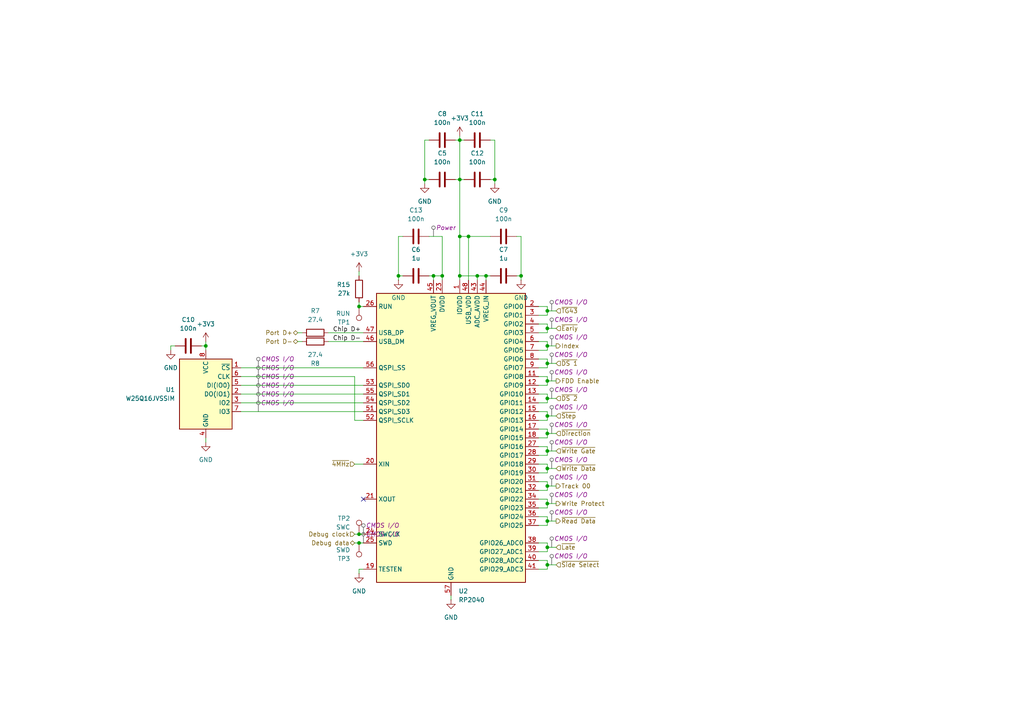
<source format=kicad_sch>
(kicad_sch (version 20231120) (generator "eeschema") (generator_version "8.0")
  (paper "A4")
  (lib_symbols
    (symbol "Connector:TestPoint" (pin_numbers hide) (pin_names (offset 0.762) hide)
      (property "Reference" "TP" (at 0 6.858 0))
      (property "Value" "TestPoint" (at 0 5.08 0))
      (symbol "TestPoint_0_1"
        (circle (center 0 3.302) (radius 0.762))
      )
      (symbol "TestPoint_1_1"
        (pin passive line (at 0 0 90) (length 2.54) (name "1") (number "1"))
      )
    )
    (symbol "Device:C" (pin_numbers hide) (pin_names (offset 0.254))
      (property "Reference" "C" (at 0.635 2.54 0))
      (property "Value" "C" (at 0.635 -2.54 0))
      (symbol "C_0_1"
        (polyline (pts (xy -2.032 -0.762) (xy 2.032 -0.762)) (stroke (width 0.508)))
        (polyline (pts (xy -2.032 0.762) (xy 2.032 0.762)) (stroke (width 0.508)))
      )
      (symbol "C_1_1"
        (pin passive line (at 0 3.81 270) (length 2.794) (name "~") (number "1"))
        (pin passive line (at 0 -3.81 90) (length 2.794) (name "~") (number "2"))
      )
    )
    (symbol "Device:R" (pin_numbers hide) (pin_names (offset 0))
      (property "Reference" "R" (at 2.032 0 90))
      (property "Value" "R" (at 0 0 90))
      (symbol "R_0_1"
        (rectangle (start -1.016 -2.54) (end 1.016 2.54) (stroke (width 0.254)))
      )
      (symbol "R_1_1"
        (pin passive line (at 0 3.81 270) (length 1.27) (name "~") (number "1"))
        (pin passive line (at 0 -3.81 90) (length 1.27) (name "~") (number "2"))
      )
    )
    (symbol "MCU_RaspberryPi:RP2040"
      (property "Reference" "U" (at 17.78 45.72 0))
      (property "Value" "RP2040" (at 17.78 43.18 0))
      (symbol "RP2040_0_1"
        (rectangle (start -21.59 41.91) (end 21.59 -41.91) (stroke (width 0.254)) (fill (type background)))
      )
      (symbol "RP2040_1_1"
        (pin power_in line (at 2.54 45.72 270) (length 3.81) (name "IOVDD") (number "1"))
        (pin passive line (at 2.54 45.72 270) (length 3.81) hide (name "IOVDD") (number "10"))
        (pin bidirectional line (at 25.4 17.78 180) (length 3.81) (name "GPIO8") (number "11"))
        (pin bidirectional line (at 25.4 15.24 180) (length 3.81) (name "GPIO9") (number "12"))
        (pin bidirectional line (at 25.4 12.7 180) (length 3.81) (name "GPIO10") (number "13"))
        (pin bidirectional line (at 25.4 10.16 180) (length 3.81) (name "GPIO11") (number "14"))
        (pin bidirectional line (at 25.4 7.62 180) (length 3.81) (name "GPIO12") (number "15"))
        (pin bidirectional line (at 25.4 5.08 180) (length 3.81) (name "GPIO13") (number "16"))
        (pin bidirectional line (at 25.4 2.54 180) (length 3.81) (name "GPIO14") (number "17"))
        (pin bidirectional line (at 25.4 0 180) (length 3.81) (name "GPIO15") (number "18"))
        (pin input line (at -25.4 -38.1 0) (length 3.81) (name "TESTEN") (number "19"))
        (pin bidirectional line (at 25.4 38.1 180) (length 3.81) (name "GPIO0") (number "2"))
        (pin input line (at -25.4 -7.62 0) (length 3.81) (name "XIN") (number "20"))
        (pin passive line (at -25.4 -17.78 0) (length 3.81) (name "XOUT") (number "21"))
        (pin passive line (at 2.54 45.72 270) (length 3.81) hide (name "IOVDD") (number "22"))
        (pin power_in line (at -2.54 45.72 270) (length 3.81) (name "DVDD") (number "23"))
        (pin input line (at -25.4 -27.94 0) (length 3.81) (name "SWCLK") (number "24"))
        (pin bidirectional line (at -25.4 -30.48 0) (length 3.81) (name "SWD") (number "25"))
        (pin input line (at -25.4 38.1 0) (length 3.81) (name "RUN") (number "26"))
        (pin bidirectional line (at 25.4 -2.54 180) (length 3.81) (name "GPIO16") (number "27"))
        (pin bidirectional line (at 25.4 -5.08 180) (length 3.81) (name "GPIO17") (number "28"))
        (pin bidirectional line (at 25.4 -7.62 180) (length 3.81) (name "GPIO18") (number "29"))
        (pin bidirectional line (at 25.4 35.56 180) (length 3.81) (name "GPIO1") (number "3"))
        (pin bidirectional line (at 25.4 -10.16 180) (length 3.81) (name "GPIO19") (number "30"))
        (pin bidirectional line (at 25.4 -12.7 180) (length 3.81) (name "GPIO20") (number "31"))
        (pin bidirectional line (at 25.4 -15.24 180) (length 3.81) (name "GPIO21") (number "32"))
        (pin passive line (at 2.54 45.72 270) (length 3.81) hide (name "IOVDD") (number "33"))
        (pin bidirectional line (at 25.4 -17.78 180) (length 3.81) (name "GPIO22") (number "34"))
        (pin bidirectional line (at 25.4 -20.32 180) (length 3.81) (name "GPIO23") (number "35"))
        (pin bidirectional line (at 25.4 -22.86 180) (length 3.81) (name "GPIO24") (number "36"))
        (pin bidirectional line (at 25.4 -25.4 180) (length 3.81) (name "GPIO25") (number "37"))
        (pin bidirectional line (at 25.4 -30.48 180) (length 3.81) (name "GPIO26_ADC0") (number "38"))
        (pin bidirectional line (at 25.4 -33.02 180) (length 3.81) (name "GPIO27_ADC1") (number "39"))
        (pin bidirectional line (at 25.4 33.02 180) (length 3.81) (name "GPIO2") (number "4"))
        (pin bidirectional line (at 25.4 -35.56 180) (length 3.81) (name "GPIO28_ADC2") (number "40"))
        (pin bidirectional line (at 25.4 -38.1 180) (length 3.81) (name "GPIO29_ADC3") (number "41"))
        (pin passive line (at 2.54 45.72 270) (length 3.81) hide (name "IOVDD") (number "42"))
        (pin power_in line (at 7.62 45.72 270) (length 3.81) (name "ADC_AVDD") (number "43"))
        (pin power_in line (at 10.16 45.72 270) (length 3.81) (name "VREG_IN") (number "44"))
        (pin power_out line (at -5.08 45.72 270) (length 3.81) (name "VREG_VOUT") (number "45"))
        (pin bidirectional line (at -25.4 27.94 0) (length 3.81) (name "USB_DM") (number "46"))
        (pin bidirectional line (at -25.4 30.48 0) (length 3.81) (name "USB_DP") (number "47"))
        (pin power_in line (at 5.08 45.72 270) (length 3.81) (name "USB_VDD") (number "48"))
        (pin passive line (at 2.54 45.72 270) (length 3.81) hide (name "IOVDD") (number "49"))
        (pin bidirectional line (at 25.4 30.48 180) (length 3.81) (name "GPIO3") (number "5"))
        (pin passive line (at -2.54 45.72 270) (length 3.81) hide (name "DVDD") (number "50"))
        (pin bidirectional line (at -25.4 7.62 0) (length 3.81) (name "QSPI_SD3") (number "51"))
        (pin output line (at -25.4 5.08 0) (length 3.81) (name "QSPI_SCLK") (number "52"))
        (pin bidirectional line (at -25.4 15.24 0) (length 3.81) (name "QSPI_SD0") (number "53"))
        (pin bidirectional line (at -25.4 10.16 0) (length 3.81) (name "QSPI_SD2") (number "54"))
        (pin bidirectional line (at -25.4 12.7 0) (length 3.81) (name "QSPI_SD1") (number "55"))
        (pin bidirectional line (at -25.4 20.32 0) (length 3.81) (name "QSPI_SS") (number "56"))
        (pin power_in line (at 0 -45.72 90) (length 3.81) (name "GND") (number "57"))
        (pin bidirectional line (at 25.4 27.94 180) (length 3.81) (name "GPIO4") (number "6"))
        (pin bidirectional line (at 25.4 25.4 180) (length 3.81) (name "GPIO5") (number "7"))
        (pin bidirectional line (at 25.4 22.86 180) (length 3.81) (name "GPIO6") (number "8"))
        (pin bidirectional line (at 25.4 20.32 180) (length 3.81) (name "GPIO7") (number "9"))
      )
    )
    (symbol "Memory_Flash:W25Q32JVSS"
      (property "Reference" "U" (at -6.35 11.43 0))
      (property "Value" "W25Q32JVSS" (at 7.62 11.43 0))
      (symbol "W25Q32JVSS_0_1"
        (rectangle (start -7.62 10.16) (end 7.62 -10.16) (stroke (width 0.254)) (fill (type background)))
      )
      (symbol "W25Q32JVSS_1_1"
        (pin input line (at -10.16 7.62 0) (length 2.54) (name "~{CS}") (number "1"))
        (pin bidirectional line (at -10.16 0 0) (length 2.54) (name "DO(IO1)") (number "2"))
        (pin bidirectional line (at -10.16 -2.54 0) (length 2.54) (name "IO2") (number "3"))
        (pin power_in line (at 0 -12.7 90) (length 2.54) (name "GND") (number "4"))
        (pin bidirectional line (at -10.16 2.54 0) (length 2.54) (name "DI(IO0)") (number "5"))
        (pin input line (at -10.16 5.08 0) (length 2.54) (name "CLK") (number "6"))
        (pin bidirectional line (at -10.16 -5.08 0) (length 2.54) (name "IO3") (number "7"))
        (pin power_in line (at 0 12.7 270) (length 2.54) (name "VCC") (number "8"))
      )
    )
    (symbol "power:+3V3" (power) (pin_numbers hide) (pin_names (offset 0) hide)
      (property "Value" "+3V3" (at 0 3.556 0))
      (symbol "+3V3_0_1"
        (polyline (pts (xy -0.762 1.27) (xy 0 2.54)))
        (polyline (pts (xy 0 0) (xy 0 2.54)))
        (polyline (pts (xy 0 2.54) (xy 0.762 1.27)))
      )
      (symbol "+3V3_1_1"
        (pin power_in line (at 0 0 90) (length 0) (name "~") (number "1"))
      )
    )
    (symbol "power:GND" (power) (pin_numbers hide) (pin_names (offset 0) hide)
      (property "Value" "GND" (at 0 -3.81 0))
      (symbol "GND_0_1"
        (polyline (pts (xy 0 0) (xy 0 -1.27) (xy 1.27 -1.27) (xy 0 -2.54) (xy -1.27 -1.27) (xy 0 -1.27)))
      )
      (symbol "GND_1_1"
        (pin power_in line (at 0 0 270) (length 0) (name "~") (number "1"))
      )
    )
  )
  (junction (at 143.51 52.07))
  (junction (at 133.35 68.58))
  (junction (at 158.75 110.49))
  (junction (at 135.89 68.58))
  (junction (at 115.57 80.01))
  (junction (at 158.75 105.41))
  (junction (at 104.14 154.94))
  (junction (at 158.75 158.75))
  (junction (at 128.27 80.01))
  (junction (at 158.75 151.13))
  (junction (at 123.19 52.07))
  (junction (at 138.43 80.01))
  (junction (at 158.75 100.33))
  (junction (at 158.75 115.57))
  (junction (at 158.75 95.25))
  (junction (at 158.75 120.65))
  (junction (at 59.69 100.33))
  (junction (at 104.14 157.48))
  (junction (at 125.73 80.01))
  (junction (at 133.35 80.01))
  (junction (at 133.35 52.07))
  (junction (at 140.97 80.01))
  (junction (at 151.13 80.01))
  (junction (at 133.35 40.64))
  (junction (at 158.75 163.83))
  (junction (at 158.75 90.17))
  (junction (at 158.75 135.89))
  (junction (at 158.75 140.97))
  (junction (at 158.75 146.05))
  (junction (at 158.75 125.73))
  (junction (at 158.75 130.81))
  (junction (at 104.14 88.9))
  (no_connect (at 105.41 144.78))
  (wire (pts (xy 115.57 68.58) (xy 115.57 80.01)))
  (wire (pts (xy 156.21 114.3) (xy 158.75 114.3)))
  (wire (pts (xy 104.14 166.37) (xy 104.14 165.1)))
  (wire (pts (xy 156.21 93.98) (xy 158.75 93.98)))
  (wire (pts (xy 156.21 119.38) (xy 158.75 119.38)))
  (wire (pts (xy 128.27 68.58) (xy 128.27 80.01)))
  (wire (pts (xy 149.86 80.01) (xy 151.13 80.01)))
  (wire (pts (xy 158.75 124.46) (xy 158.75 125.73)))
  (wire (pts (xy 158.75 91.44) (xy 158.75 90.17)))
  (wire (pts (xy 158.75 116.84) (xy 158.75 115.57)))
  (wire (pts (xy 158.75 93.98) (xy 158.75 95.25)))
  (wire (pts (xy 158.75 139.7) (xy 158.75 140.97)))
  (wire (pts (xy 133.35 40.64) (xy 134.62 40.64)))
  (wire (pts (xy 161.29 90.17) (xy 158.75 90.17)))
  (wire (pts (xy 158.75 165.1) (xy 158.75 163.83)))
  (wire (pts (xy 156.21 96.52) (xy 158.75 96.52)))
  (wire (pts (xy 158.75 129.54) (xy 158.75 130.81)))
  (wire (pts (xy 133.35 39.37) (xy 133.35 40.64)))
  (wire (pts (xy 95.25 96.52) (xy 105.41 96.52)))
  (wire (pts (xy 158.75 135.89) (xy 161.29 135.89)))
  (wire (pts (xy 125.73 80.01) (xy 125.73 81.28)))
  (wire (pts (xy 102.87 157.48) (xy 104.14 157.48)))
  (wire (pts (xy 86.36 96.52) (xy 87.63 96.52)))
  (wire (pts (xy 158.75 106.68) (xy 158.75 105.41)))
  (wire (pts (xy 156.21 129.54) (xy 158.75 129.54)))
  (wire (pts (xy 104.14 154.94) (xy 105.41 154.94)))
  (wire (pts (xy 124.46 40.64) (xy 123.19 40.64)))
  (wire (pts (xy 133.35 52.07) (xy 134.62 52.07)))
  (wire (pts (xy 124.46 80.01) (xy 125.73 80.01)))
  (wire (pts (xy 158.75 130.81) (xy 161.29 130.81)))
  (wire (pts (xy 158.75 151.13) (xy 161.29 151.13)))
  (wire (pts (xy 86.36 99.06) (xy 87.63 99.06)))
  (wire (pts (xy 158.75 149.86) (xy 158.75 151.13)))
  (wire (pts (xy 128.27 80.01) (xy 128.27 81.28)))
  (wire (pts (xy 69.85 119.38) (xy 105.41 119.38)))
  (wire (pts (xy 135.89 68.58) (xy 133.35 68.58)))
  (wire (pts (xy 69.85 116.84) (xy 105.41 116.84)))
  (wire (pts (xy 59.69 127) (xy 59.69 128.27)))
  (wire (pts (xy 158.75 157.48) (xy 158.75 158.75)))
  (wire (pts (xy 133.35 52.07) (xy 133.35 68.58)))
  (wire (pts (xy 58.42 100.33) (xy 59.69 100.33)))
  (wire (pts (xy 156.21 147.32) (xy 158.75 147.32)))
  (wire (pts (xy 156.21 149.86) (xy 158.75 149.86)))
  (wire (pts (xy 59.69 99.06) (xy 59.69 100.33)))
  (wire (pts (xy 105.41 121.92) (xy 102.87 121.92)))
  (wire (pts (xy 156.21 91.44) (xy 158.75 91.44)))
  (wire (pts (xy 156.21 116.84) (xy 158.75 116.84)))
  (wire (pts (xy 158.75 144.78) (xy 158.75 146.05)))
  (wire (pts (xy 158.75 90.17) (xy 158.75 88.9)))
  (wire (pts (xy 156.21 101.6) (xy 158.75 101.6)))
  (wire (pts (xy 158.75 88.9) (xy 156.21 88.9)))
  (wire (pts (xy 158.75 132.08) (xy 158.75 130.81)))
  (wire (pts (xy 158.75 101.6) (xy 158.75 100.33)))
  (wire (pts (xy 158.75 95.25) (xy 161.29 95.25)))
  (wire (pts (xy 123.19 53.34) (xy 123.19 52.07)))
  (wire (pts (xy 158.75 115.57) (xy 161.29 115.57)))
  (wire (pts (xy 102.87 121.92) (xy 102.87 109.22)))
  (wire (pts (xy 104.14 78.74) (xy 104.14 80.01)))
  (wire (pts (xy 156.21 106.68) (xy 158.75 106.68)))
  (wire (pts (xy 132.08 40.64) (xy 133.35 40.64)))
  (wire (pts (xy 158.75 163.83) (xy 161.29 163.83)))
  (wire (pts (xy 158.75 125.73) (xy 161.29 125.73)))
  (wire (pts (xy 156.21 162.56) (xy 158.75 162.56)))
  (wire (pts (xy 156.21 134.62) (xy 158.75 134.62)))
  (wire (pts (xy 158.75 152.4) (xy 158.75 151.13)))
  (wire (pts (xy 49.53 100.33) (xy 49.53 101.6)))
  (wire (pts (xy 158.75 142.24) (xy 158.75 140.97)))
  (wire (pts (xy 50.8 100.33) (xy 49.53 100.33)))
  (wire (pts (xy 142.24 80.01) (xy 140.97 80.01)))
  (wire (pts (xy 151.13 68.58) (xy 151.13 80.01)))
  (wire (pts (xy 158.75 120.65) (xy 161.29 120.65)))
  (wire (pts (xy 156.21 104.14) (xy 158.75 104.14)))
  (wire (pts (xy 156.21 99.06) (xy 158.75 99.06)))
  (wire (pts (xy 116.84 68.58) (xy 115.57 68.58)))
  (wire (pts (xy 102.87 154.94) (xy 104.14 154.94)))
  (wire (pts (xy 104.14 157.48) (xy 105.41 157.48)))
  (wire (pts (xy 156.21 152.4) (xy 158.75 152.4)))
  (wire (pts (xy 156.21 142.24) (xy 158.75 142.24)))
  (wire (pts (xy 130.81 172.72) (xy 130.81 173.99)))
  (wire (pts (xy 104.14 165.1) (xy 105.41 165.1)))
  (wire (pts (xy 133.35 68.58) (xy 133.35 80.01)))
  (wire (pts (xy 143.51 52.07) (xy 143.51 53.34)))
  (wire (pts (xy 158.75 160.02) (xy 158.75 158.75)))
  (wire (pts (xy 59.69 100.33) (xy 59.69 101.6)))
  (wire (pts (xy 104.14 88.9) (xy 105.41 88.9)))
  (wire (pts (xy 158.75 147.32) (xy 158.75 146.05)))
  (wire (pts (xy 133.35 40.64) (xy 133.35 52.07)))
  (wire (pts (xy 124.46 68.58) (xy 128.27 68.58)))
  (wire (pts (xy 158.75 100.33) (xy 161.29 100.33)))
  (wire (pts (xy 158.75 119.38) (xy 158.75 120.65)))
  (wire (pts (xy 115.57 81.28) (xy 115.57 80.01)))
  (wire (pts (xy 69.85 111.76) (xy 105.41 111.76)))
  (wire (pts (xy 156.21 165.1) (xy 158.75 165.1)))
  (wire (pts (xy 138.43 80.01) (xy 140.97 80.01)))
  (wire (pts (xy 135.89 68.58) (xy 135.89 81.28)))
  (wire (pts (xy 156.21 109.22) (xy 158.75 109.22)))
  (wire (pts (xy 156.21 160.02) (xy 158.75 160.02)))
  (wire (pts (xy 151.13 80.01) (xy 151.13 81.28)))
  (wire (pts (xy 104.14 87.63) (xy 104.14 88.9)))
  (wire (pts (xy 123.19 40.64) (xy 123.19 52.07)))
  (wire (pts (xy 102.87 109.22) (xy 69.85 109.22)))
  (wire (pts (xy 138.43 81.28) (xy 138.43 80.01)))
  (wire (pts (xy 158.75 146.05) (xy 161.29 146.05)))
  (wire (pts (xy 158.75 99.06) (xy 158.75 100.33)))
  (wire (pts (xy 156.21 144.78) (xy 158.75 144.78)))
  (wire (pts (xy 69.85 106.68) (xy 105.41 106.68)))
  (wire (pts (xy 158.75 109.22) (xy 158.75 110.49)))
  (wire (pts (xy 158.75 127) (xy 158.75 125.73)))
  (wire (pts (xy 156.21 124.46) (xy 158.75 124.46)))
  (wire (pts (xy 158.75 140.97) (xy 161.29 140.97)))
  (wire (pts (xy 156.21 137.16) (xy 158.75 137.16)))
  (wire (pts (xy 158.75 111.76) (xy 158.75 110.49)))
  (wire (pts (xy 142.24 40.64) (xy 143.51 40.64)))
  (wire (pts (xy 158.75 104.14) (xy 158.75 105.41)))
  (wire (pts (xy 142.24 68.58) (xy 135.89 68.58)))
  (wire (pts (xy 133.35 80.01) (xy 138.43 80.01)))
  (wire (pts (xy 156.21 157.48) (xy 158.75 157.48)))
  (wire (pts (xy 69.85 114.3) (xy 105.41 114.3)))
  (wire (pts (xy 156.21 139.7) (xy 158.75 139.7)))
  (wire (pts (xy 156.21 111.76) (xy 158.75 111.76)))
  (wire (pts (xy 132.08 52.07) (xy 133.35 52.07)))
  (wire (pts (xy 156.21 127) (xy 158.75 127)))
  (wire (pts (xy 158.75 121.92) (xy 158.75 120.65)))
  (wire (pts (xy 140.97 80.01) (xy 140.97 81.28)))
  (wire (pts (xy 125.73 80.01) (xy 128.27 80.01)))
  (wire (pts (xy 95.25 99.06) (xy 105.41 99.06)))
  (wire (pts (xy 149.86 68.58) (xy 151.13 68.58)))
  (wire (pts (xy 158.75 134.62) (xy 158.75 135.89)))
  (wire (pts (xy 158.75 158.75) (xy 161.29 158.75)))
  (wire (pts (xy 158.75 162.56) (xy 158.75 163.83)))
  (wire (pts (xy 156.21 132.08) (xy 158.75 132.08)))
  (wire (pts (xy 158.75 114.3) (xy 158.75 115.57)))
  (wire (pts (xy 102.87 134.62) (xy 105.41 134.62)))
  (wire (pts (xy 158.75 137.16) (xy 158.75 135.89)))
  (wire (pts (xy 143.51 40.64) (xy 143.51 52.07)))
  (wire (pts (xy 158.75 96.52) (xy 158.75 95.25)))
  (wire (pts (xy 158.75 110.49) (xy 161.29 110.49)))
  (wire (pts (xy 133.35 81.28) (xy 133.35 80.01)))
  (wire (pts (xy 115.57 80.01) (xy 116.84 80.01)))
  (wire (pts (xy 142.24 52.07) (xy 143.51 52.07)))
  (wire (pts (xy 123.19 52.07) (xy 124.46 52.07)))
  (wire (pts (xy 158.75 105.41) (xy 161.29 105.41)))
  (wire (pts (xy 156.21 121.92) (xy 158.75 121.92)))
  (label "Chip D+" (at 96.52 96.52 0))
  (label "Chip D-" (at 96.52 99.06 0))
  (hierarchical_label "FDD Enable" (shape output) (at 161.29 110.49 0))
  (hierarchical_label "~{DS 2}" (shape input) (at 161.29 115.57 0))
  (hierarchical_label "Debug data" (shape bidirectional) (at 102.87 157.48 180))
  (hierarchical_label "Debug clock" (shape input) (at 102.87 154.94 180))
  (hierarchical_label "Write Protect" (shape output) (at 161.29 146.05 0))
  (hierarchical_label "Index" (shape output) (at 161.29 100.33 0))
  (hierarchical_label "~{Early}" (shape input) (at 161.29 95.25 0))
  (hierarchical_label "~{Step}" (shape input) (at 161.29 120.65 0))
  (hierarchical_label "~{Write Gate}" (shape input) (at 161.29 130.81 0))
  (hierarchical_label "~{DS 1}" (shape input) (at 161.29 105.41 0))
  (hierarchical_label "~{Read Data}" (shape output) (at 161.29 151.13 0))
  (hierarchical_label "Track 00" (shape output) (at 161.29 140.97 0))
  (hierarchical_label "~{4MHz}" (shape input) (at 102.87 134.62 180))
  (hierarchical_label "~{Side Select}" (shape input) (at 161.29 163.83 0))
  (hierarchical_label "~{Late}" (shape input) (at 161.29 158.75 0))
  (hierarchical_label "~{Write Data}" (shape input) (at 161.29 135.89 0))
  (hierarchical_label "Port D+" (shape bidirectional) (at 86.36 96.52 180))
  (hierarchical_label "~{Direction}" (shape input) (at 161.29 125.73 0))
  (hierarchical_label "Port D-" (shape bidirectional) (at 86.36 99.06 180))
  (hierarchical_label "~{TG43}" (shape input) (at 161.29 90.17 0))
  (netclass_flag "" (length 2.54) (shape round) (at 74.93 114.3 0) (property "Netclass" "CMOS I/O" (at 75.6285 111.76 0) (effects (font (italic yes)) (justify left))))
  (netclass_flag "" (length 2.54) (shape round) (at 160.02 100.33 0) (property "Netclass" "CMOS I/O" (at 160.7185 97.79 0) (effects (font (italic yes)) (justify left))))
  (netclass_flag "" (length 2.54) (shape round) (at 160.02 130.81 0) (property "Netclass" "CMOS I/O" (at 160.7185 128.27 0) (effects (font (italic yes)) (justify left))))
  (netclass_flag "" (length 2.54) (shape round) (at 74.93 116.84 0) (property "Netclass" "CMOS I/O" (at 75.6285 114.3 0) (effects (font (italic yes)) (justify left))))
  (netclass_flag "" (length 2.54) (shape round) (at 160.02 105.41 0) (property "Netclass" "CMOS I/O" (at 160.7185 102.87 0) (effects (font (italic yes)) (justify left))))
  (netclass_flag "" (length 2.54) (shape round) (at 105.41 157.48 0) (property "Netclass" "CMOS I/O" (at 106.1085 154.94 0) (effects (font (italic yes)) (justify left))))
  (netclass_flag "" (length 2.54) (shape round) (at 160.02 125.73 0) (property "Netclass" "CMOS I/O" (at 160.7185 123.19 0) (effects (font (italic yes)) (justify left))))
  (netclass_flag "" (length 2.54) (shape round) (at 160.02 146.05 0) (property "Netclass" "CMOS I/O" (at 160.7185 143.51 0) (effects (font (italic yes)) (justify left))))
  (netclass_flag "" (length 2.54) (shape round) (at 160.02 158.75 0) (property "Netclass" "CMOS I/O" (at 160.7185 156.21 0) (effects (font (italic yes)) (justify left))))
  (netclass_flag "" (length 2.54) (shape round) (at 160.02 95.25 0) (property "Netclass" "CMOS I/O" (at 160.7185 92.71 0) (effects (font (italic yes)) (justify left))))
  (netclass_flag "" (length 2.54) (shape round) (at 160.02 151.13 0) (property "Netclass" "CMOS I/O" (at 160.7185 148.59 0) (effects (font (italic yes)) (justify left))))
  (netclass_flag "" (length 2.54) (shape round) (at 125.73 68.58 0) (property "Netclass" "Power" (at 126.4285 66.04 0) (effects (font (italic yes)) (justify left))))
  (netclass_flag "" (length 2.54) (shape round) (at 74.93 106.68 0) (property "Netclass" "CMOS I/O" (at 75.6285 104.14 0) (effects (font (italic yes)) (justify left))))
  (netclass_flag "" (length 2.54) (shape round) (at 105.41 154.94 0) (property "Netclass" "CMOS I/O" (at 106.1085 152.4 0) (effects (font (italic yes)) (justify left))))
  (netclass_flag "" (length 2.54) (shape round) (at 74.93 109.22 0) (property "Netclass" "CMOS I/O" (at 75.6285 106.68 0) (effects (font (italic yes)) (justify left))))
  (netclass_flag "" (length 2.54) (shape round) (at 74.93 111.76 0) (property "Netclass" "CMOS I/O" (at 75.6285 109.22 0) (effects (font (italic yes)) (justify left))))
  (netclass_flag "" (length 2.54) (shape round) (at 160.02 163.83 0) (property "Netclass" "CMOS I/O" (at 160.7185 161.29 0) (effects (font (italic yes)) (justify left))))
  (netclass_flag "" (length 2.54) (shape round) (at 160.02 120.65 0) (property "Netclass" "CMOS I/O" (at 160.7185 118.11 0) (effects (font (italic yes)) (justify left))))
  (netclass_flag "" (length 2.54) (shape round) (at 160.02 110.49 0) (property "Netclass" "CMOS I/O" (at 160.7185 107.95 0) (effects (font (italic yes)) (justify left))))
  (netclass_flag "" (length 2.54) (shape round) (at 160.02 135.89 0) (property "Netclass" "CMOS I/O" (at 160.7185 133.35 0) (effects (font (italic yes)) (justify left))))
  (netclass_flag "" (length 2.54) (shape round) (at 160.02 140.97 0) (property "Netclass" "CMOS I/O" (at 160.7185 138.43 0) (effects (font (italic yes)) (justify left))))
  (netclass_flag "" (length 2.54) (shape round) (at 160.02 115.57 0) (property "Netclass" "CMOS I/O" (at 160.7185 113.03 0) (effects (font (italic yes)) (justify left))))
  (netclass_flag "" (length 2.54) (shape round) (at 160.02 90.17 0) (property "Netclass" "CMOS I/O" (at 160.7185 87.63 0) (effects (font (italic yes)) (justify left))))
  (netclass_flag "" (length 2.54) (shape round) (at 74.93 119.38 0) (property "Netclass" "CMOS I/O" (at 75.6285 116.84 0) (effects (font (italic yes)) (justify left))))
  (symbol (lib_id "Connector:TestPoint") (at 104.14 154.94 0) (unit 1) (in_bom no)
    (property "Reference" "TP2" (at 101.6 150.3679 0) (effects (justify right)))
    (property "Value" "SWC" (at 101.6 152.9079 0) (effects (justify right)))
    (property "Footprint" "TestPoint:TestPoint_Pad_D2.0mm" (effects (hide yes)))
    (property "Description" "test point" (effects (hide yes)))
  )
  (symbol (lib_id "power:GND") (at 123.19 53.34 0) (unit 1)
    (property "Reference" "#PWR018" (effects (hide yes)))
    (property "Value" "GND" (at 123.19 58.42 0))
    (property "Description" "Power symbol creates a global label with name \"GND\" , ground" (effects (hide yes)))
  )
  (symbol (lib_id "Device:R") (at 104.14 83.82 0) (mirror y) (unit 1)
    (property "Reference" "R15" (at 101.6 82.5499 0) (effects (justify left)))
    (property "Value" "27k" (at 101.6 85.0899 0) (effects (justify left)))
    (property "Footprint" "Resistor_THT:R_Axial_DIN0204_L3.6mm_D1.6mm_P7.62mm_Horizontal" (effects (hide yes)))
    (property "Description" "Resistor" (effects (hide yes)))
    (property "Mouser part no." " 603-MFR-25FTE52-27K" (effects (hide yes)))
  )
  (symbol (lib_id "Device:C") (at 128.27 40.64 90) (unit 1)
    (property "Reference" "C8" (at 128.27 33.02 90))
    (property "Value" "100n" (at 128.27 35.56 90))
    (property "Footprint" "Capacitor_SMD:C_0603_1608Metric_Pad1.08x0.95mm_HandSolder" (effects (hide yes)))
    (property "Description" "Unpolarized capacitor" (effects (hide yes)))
    (property "Mouser part no." " 710-885012206095" (effects (hide yes)))
  )
  (symbol (lib_id "power:GND") (at 49.53 101.6 0) (unit 1)
    (property "Reference" "#PWR013" (effects (hide yes)))
    (property "Value" "GND" (at 49.53 106.68 0))
    (property "Description" "Power symbol creates a global label with name \"GND\" , ground" (effects (hide yes)))
  )
  (symbol (lib_id "power:GND") (at 59.69 128.27 0) (unit 1)
    (property "Reference" "#PWR011" (effects (hide yes)))
    (property "Value" "GND" (at 59.69 133.35 0))
    (property "Description" "Power symbol creates a global label with name \"GND\" , ground" (effects (hide yes)))
  )
  (symbol (lib_id "Device:C") (at 120.65 80.01 90) (unit 1)
    (property "Reference" "C6" (at 120.65 72.39 90))
    (property "Value" "1u" (at 120.65 74.93 90))
    (property "Footprint" "Capacitor_SMD:C_0805_2012Metric_Pad1.18x1.45mm_HandSolder" (effects (hide yes)))
    (property "Description" "Unpolarized capacitor" (effects (hide yes)))
    (property "Mouser part no." " 187-CL21B105KAFNFNE" (effects (hide yes)))
  )
  (symbol (lib_id "power:+3V3") (at 59.69 99.06 0) (unit 1)
    (property "Reference" "#PWR010" (effects (hide yes)))
    (property "Value" "+3V3" (at 59.69 93.98 0))
    (property "Description" "Power symbol creates a global label with name \"+3V3\"" (effects (hide yes)))
  )
  (symbol (lib_id "power:+3V3") (at 133.35 39.37 0) (unit 1)
    (property "Reference" "#PWR020" (effects (hide yes)))
    (property "Value" "+3V3" (at 133.35 34.29 0))
    (property "Description" "Power symbol creates a global label with name \"+3V3\"" (effects (hide yes)))
  )
  (symbol (lib_id "Device:R") (at 91.44 96.52 90) (unit 1)
    (property "Reference" "R7" (at 91.44 90.17 90))
    (property "Value" "27.4" (at 91.44 92.71 90))
    (property "Footprint" "Resistor_SMD:R_0603_1608Metric_Pad0.98x0.95mm_HandSolder" (effects (hide yes)))
    (property "Description" "Resistor" (effects (hide yes)))
    (property "Mouser part no." " 71-CRCW060327R4FKEAC" (effects (hide yes)))
  )
  (symbol (lib_id "power:+3V3") (at 104.14 78.74 0) (unit 1)
    (property "Reference" "#PWR015" (effects (hide yes)))
    (property "Value" "+3V3" (at 104.14 73.66 0))
    (property "Description" "Power symbol creates a global label with name \"+3V3\"" (effects (hide yes)))
  )
  (symbol (lib_id "MCU_RaspberryPi:RP2040") (at 130.81 127 0) (unit 1)
    (property "Reference" "U2" (at 133.0041 171.45 0) (effects (justify left)))
    (property "Value" "RP2040" (at 133.0041 173.99 0) (effects (justify left)))
    (property "Footprint" "Package_DFN_QFN:QFN-56-1EP_7x7mm_P0.4mm_EP3.2x3.2mm" (effects (hide yes)))
    (property "Datasheet" "https://datasheets.raspberrypi.com/rp2040/rp2040-datasheet.pdf" (effects (hide yes)))
    (property "Description" "A microcontroller by Raspberry Pi" (effects (hide yes)))
    (property "Mouser part no." " 358-SC091413" (effects (hide yes)))
  )
  (symbol (lib_id "power:GND") (at 151.13 81.28 0) (unit 1)
    (property "Reference" "#PWR016" (effects (hide yes)))
    (property "Value" "GND" (at 151.13 86.36 0))
    (property "Description" "Power symbol creates a global label with name \"GND\" , ground" (effects (hide yes)))
  )
  (symbol (lib_id "power:GND") (at 115.57 81.28 0) (unit 1)
    (property "Reference" "#PWR019" (effects (hide yes)))
    (property "Value" "GND" (at 115.57 86.36 0))
    (property "Description" "Power symbol creates a global label with name \"GND\" , ground" (effects (hide yes)))
  )
  (symbol (lib_id "power:GND") (at 130.81 173.99 0) (unit 1)
    (property "Reference" "#PWR012" (effects (hide yes)))
    (property "Value" "GND" (at 130.81 179.07 0))
    (property "Description" "Power symbol creates a global label with name \"GND\" , ground" (effects (hide yes)))
  )
  (symbol (lib_id "Device:C") (at 128.27 52.07 90) (unit 1)
    (property "Reference" "C5" (at 128.27 44.45 90))
    (property "Value" "100n" (at 128.27 46.99 90))
    (property "Footprint" "Capacitor_SMD:C_0603_1608Metric_Pad1.08x0.95mm_HandSolder" (effects (hide yes)))
    (property "Description" "Unpolarized capacitor" (effects (hide yes)))
    (property "Mouser part no." " 710-885012206095" (effects (hide yes)))
  )
  (symbol (lib_id "Device:C") (at 138.43 52.07 90) (unit 1)
    (property "Reference" "C12" (at 138.43 44.45 90))
    (property "Value" "100n" (at 138.43 46.99 90))
    (property "Footprint" "Capacitor_SMD:C_0603_1608Metric_Pad1.08x0.95mm_HandSolder" (effects (hide yes)))
    (property "Description" "Unpolarized capacitor" (effects (hide yes)))
    (property "Mouser part no." " 710-885012206095" (effects (hide yes)))
  )
  (symbol (lib_id "power:GND") (at 143.51 53.34 0) (unit 1)
    (property "Reference" "#PWR017" (effects (hide yes)))
    (property "Value" "GND" (at 143.51 58.42 0))
    (property "Description" "Power symbol creates a global label with name \"GND\" , ground" (effects (hide yes)))
  )
  (symbol (lib_id "Device:C") (at 120.65 68.58 90) (unit 1)
    (property "Reference" "C13" (at 120.65 60.96 90))
    (property "Value" "100n" (at 120.65 63.5 90))
    (property "Footprint" "Capacitor_SMD:C_0603_1608Metric_Pad1.08x0.95mm_HandSolder" (effects (hide yes)))
    (property "Description" "Unpolarized capacitor" (effects (hide yes)))
    (property "Mouser part no." " 710-885012206095" (effects (hide yes)))
  )
  (symbol (lib_id "Device:R") (at 91.44 99.06 270) (mirror x) (unit 1)
    (property "Reference" "R8" (at 91.44 105.41 90))
    (property "Value" "27.4" (at 91.44 102.87 90))
    (property "Footprint" "Resistor_SMD:R_0603_1608Metric_Pad0.98x0.95mm_HandSolder" (effects (hide yes)))
    (property "Description" "Resistor" (effects (hide yes)))
    (property "Mouser part no." " 71-CRCW060327R4FKEAC" (effects (hide yes)))
  )
  (symbol (lib_id "Memory_Flash:W25Q32JVSS") (at 59.69 114.3 0) (mirror y) (unit 1)
    (property "Reference" "U1" (at 50.8 113.0299 0) (effects (justify left)))
    (property "Value" "W25Q16JVSSIM" (at 50.8 115.5699 0) (effects (justify left)))
    (property "Footprint" "Package_SO:SOIC-8_5.23x5.23mm_P1.27mm" (effects (hide yes)))
    (property "Datasheet" "https://au.mouser.com/datasheet/2/949/w25q16jv_spi_revg_03222018_plus-1489727.pdf" (effects (hide yes)))
    (property "Description" "32Mb Serial Flash Memory, Standard/Dual/Quad SPI, SOIC-8" (effects (hide yes)))
    (property "Mouser part no." " 454-W25Q16JVSSIM" (effects (hide yes)))
  )
  (symbol (lib_id "Device:C") (at 146.05 68.58 90) (unit 1)
    (property "Reference" "C9" (at 146.05 60.96 90))
    (property "Value" "100n" (at 146.05 63.5 90))
    (property "Footprint" "Capacitor_SMD:C_0603_1608Metric_Pad1.08x0.95mm_HandSolder" (effects (hide yes)))
    (property "Description" "Unpolarized capacitor" (effects (hide yes)))
    (property "Mouser part no." " 710-885012206095" (effects (hide yes)))
  )
  (symbol (lib_id "Device:C") (at 54.61 100.33 90) (unit 1)
    (property "Reference" "C10" (at 54.61 92.71 90))
    (property "Value" "100n" (at 54.61 95.25 90))
    (property "Footprint" "Capacitor_SMD:C_0603_1608Metric_Pad1.08x0.95mm_HandSolder" (effects (hide yes)))
    (property "Description" "Unpolarized capacitor" (effects (hide yes)))
    (property "Mouser part no." " 710-885012206095" (effects (hide yes)))
  )
  (symbol (lib_id "Device:C") (at 138.43 40.64 90) (unit 1)
    (property "Reference" "C11" (at 138.43 33.02 90))
    (property "Value" "100n" (at 138.43 35.56 90))
    (property "Footprint" "Capacitor_SMD:C_0603_1608Metric_Pad1.08x0.95mm_HandSolder" (effects (hide yes)))
    (property "Description" "Unpolarized capacitor" (effects (hide yes)))
    (property "Mouser part no." " 710-885012206095" (effects (hide yes)))
  )
  (symbol (lib_id "power:GND") (at 104.14 166.37 0) (unit 1)
    (property "Reference" "#PWR014" (effects (hide yes)))
    (property "Value" "GND" (at 104.14 171.45 0))
    (property "Description" "Power symbol creates a global label with name \"GND\" , ground" (effects (hide yes)))
  )
  (symbol (lib_id "Connector:TestPoint") (at 104.14 157.48 0) (mirror x) (unit 1) (in_bom no)
    (property "Reference" "TP3" (at 101.6 162.0521 0) (effects (justify right)))
    (property "Value" "SWD" (at 101.6 159.5121 0) (effects (justify right)))
    (property "Footprint" "TestPoint:TestPoint_Pad_D2.0mm" (effects (hide yes)))
    (property "Description" "test point" (effects (hide yes)))
  )
  (symbol (lib_id "Connector:TestPoint") (at 104.14 88.9 0) (mirror x) (unit 1) (in_bom no)
    (property "Reference" "TP1" (at 101.6 93.4721 0) (effects (justify right)))
    (property "Value" "RUN" (at 101.6 90.9321 0) (effects (justify right)))
    (property "Footprint" "TestPoint:TestPoint_Pad_D2.0mm" (effects (hide yes)))
    (property "Description" "test point" (effects (hide yes)))
  )
  (symbol (lib_id "Device:C") (at 146.05 80.01 90) (unit 1)
    (property "Reference" "C7" (at 146.05 72.39 90))
    (property "Value" "1u" (at 146.05 74.93 90))
    (property "Footprint" "Capacitor_SMD:C_0805_2012Metric_Pad1.18x1.45mm_HandSolder" (effects (hide yes)))
    (property "Description" "Unpolarized capacitor" (effects (hide yes)))
    (property "Mouser part no." " 187-CL21B105KAFNFNE" (effects (hide yes)))
  )
)
</source>
